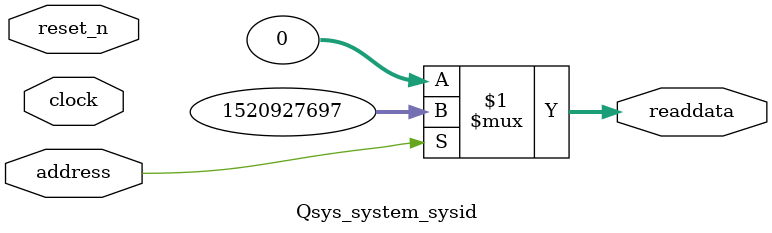
<source format=v>



// synthesis translate_off
`timescale 1ns / 1ps
// synthesis translate_on

// turn off superfluous verilog processor warnings 
// altera message_level Level1 
// altera message_off 10034 10035 10036 10037 10230 10240 10030 

module Qsys_system_sysid (
               // inputs:
                address,
                clock,
                reset_n,

               // outputs:
                readdata
             )
;

  output  [ 31: 0] readdata;
  input            address;
  input            clock;
  input            reset_n;

  wire    [ 31: 0] readdata;
  //control_slave, which is an e_avalon_slave
  assign readdata = address ? 1520927697 : 0;

endmodule




</source>
